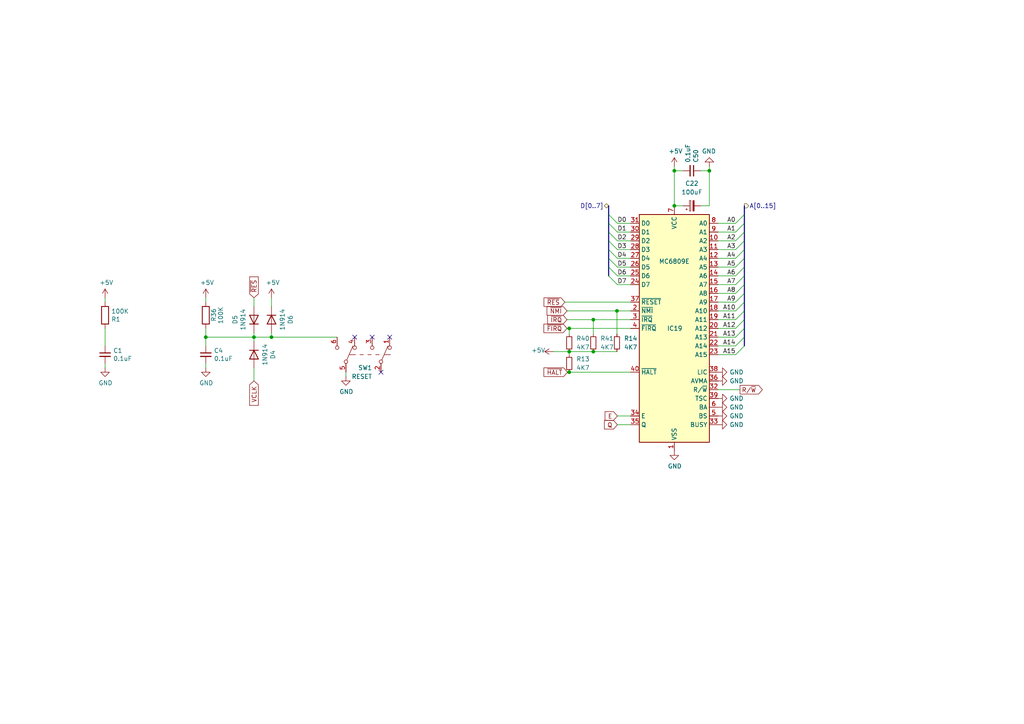
<source format=kicad_sch>
(kicad_sch (version 20231120) (generator "eeschema") (generator_version "8.0")
  (paper "A4")
  (lib_symbols
    (symbol "CPU_NXP_6800:MC6809E"
      (property "Reference" "U" (at -7.62 34.544 0))
      (property "Value" "MC6809E" (at 10.16 34.544 0))
      (symbol "MC6809E_0_1"
        (rectangle (start -10.16 -33.02) (end 10.16 33.02) (stroke (width 0.254)) (fill (type background)))
      )
      (symbol "MC6809E_1_1"
        (pin power_in line (at 0 -35.56 90) (length 2.54) (name "VSS") (number "1"))
        (pin output line (at 12.7 25.4 180) (length 2.54) (name "A2") (number "10"))
        (pin output line (at 12.7 22.86 180) (length 2.54) (name "A3") (number "11"))
        (pin output line (at 12.7 20.32 180) (length 2.54) (name "A4") (number "12"))
        (pin output line (at 12.7 17.78 180) (length 2.54) (name "A5") (number "13"))
        (pin output line (at 12.7 15.24 180) (length 2.54) (name "A6") (number "14"))
        (pin output line (at 12.7 12.7 180) (length 2.54) (name "A7") (number "15"))
        (pin output line (at 12.7 10.16 180) (length 2.54) (name "A8") (number "16"))
        (pin output line (at 12.7 7.62 180) (length 2.54) (name "A9") (number "17"))
        (pin output line (at 12.7 5.08 180) (length 2.54) (name "A10") (number "18"))
        (pin output line (at 12.7 2.54 180) (length 2.54) (name "A11") (number "19"))
        (pin input line (at -12.7 5.08 0) (length 2.54) (name "~{NMI}") (number "2"))
        (pin output line (at 12.7 0 180) (length 2.54) (name "A12") (number "20"))
        (pin output line (at 12.7 -2.54 180) (length 2.54) (name "A13") (number "21"))
        (pin output line (at 12.7 -5.08 180) (length 2.54) (name "A14") (number "22"))
        (pin output line (at 12.7 -7.62 180) (length 2.54) (name "A15") (number "23"))
        (pin bidirectional line (at -12.7 12.7 0) (length 2.54) (name "D7") (number "24"))
        (pin bidirectional line (at -12.7 15.24 0) (length 2.54) (name "D6") (number "25"))
        (pin bidirectional line (at -12.7 17.78 0) (length 2.54) (name "D5") (number "26"))
        (pin bidirectional line (at -12.7 20.32 0) (length 2.54) (name "D4") (number "27"))
        (pin bidirectional line (at -12.7 22.86 0) (length 2.54) (name "D3") (number "28"))
        (pin bidirectional line (at -12.7 25.4 0) (length 2.54) (name "D2") (number "29"))
        (pin input line (at -12.7 2.54 0) (length 2.54) (name "~{IRQ}") (number "3"))
        (pin bidirectional line (at -12.7 27.94 0) (length 2.54) (name "D1") (number "30"))
        (pin bidirectional line (at -12.7 30.48 0) (length 2.54) (name "D0") (number "31"))
        (pin output line (at 12.7 -17.78 180) (length 2.54) (name "R/~{W}") (number "32"))
        (pin output line (at 12.7 -27.94 180) (length 2.54) (name "BUSY") (number "33"))
        (pin input line (at -12.7 -25.4 0) (length 2.54) (name "E") (number "34"))
        (pin input line (at -12.7 -27.94 0) (length 2.54) (name "Q") (number "35"))
        (pin output line (at 12.7 -15.24 180) (length 2.54) (name "AVMA") (number "36"))
        (pin input line (at -12.7 7.62 0) (length 2.54) (name "~{RESET}") (number "37"))
        (pin output line (at 12.7 -12.7 180) (length 2.54) (name "LIC") (number "38"))
        (pin output line (at 12.7 -20.32 180) (length 2.54) (name "TSC") (number "39"))
        (pin input line (at -12.7 0 0) (length 2.54) (name "~{FIRQ}") (number "4"))
        (pin input line (at -12.7 -12.7 0) (length 2.54) (name "~{HALT}") (number "40"))
        (pin output line (at 12.7 -25.4 180) (length 2.54) (name "BS") (number "5"))
        (pin output line (at 12.7 -22.86 180) (length 2.54) (name "BA") (number "6"))
        (pin power_in line (at 0 35.56 270) (length 2.54) (name "VCC") (number "7"))
        (pin output line (at 12.7 30.48 180) (length 2.54) (name "A0") (number "8"))
        (pin output line (at 12.7 27.94 180) (length 2.54) (name "A1") (number "9"))
      )
    )
    (symbol "Device:C_Polarized_Small" (pin_numbers hide) (pin_names (offset 0.254) hide)
      (property "Reference" "C" (at 0.254 1.778 0))
      (property "Value" "C_Polarized_Small" (at 0.254 -2.032 0))
      (symbol "C_Polarized_Small_0_1"
        (rectangle (start -1.524 -0.3048) (end 1.524 -0.6858) (fill (type outline)))
        (rectangle (start -1.524 0.6858) (end 1.524 0.3048))
        (polyline (pts (xy -1.27 1.524) (xy -0.762 1.524)))
        (polyline (pts (xy -1.016 1.27) (xy -1.016 1.778)))
      )
      (symbol "C_Polarized_Small_1_1"
        (pin passive line (at 0 2.54 270) (length 1.8542) (name "~") (number "1"))
        (pin passive line (at 0 -2.54 90) (length 1.8542) (name "~") (number "2"))
      )
    )
    (symbol "Device:C_Small" (pin_numbers hide) (pin_names (offset 0.254) hide)
      (property "Reference" "C" (at 0.254 1.778 0))
      (property "Value" "C_Small" (at 0.254 -2.032 0))
      (symbol "C_Small_0_1"
        (polyline (pts (xy -1.524 -0.508) (xy 1.524 -0.508)) (stroke (width 0.3302)))
        (polyline (pts (xy -1.524 0.508) (xy 1.524 0.508)) (stroke (width 0.3048)))
      )
      (symbol "C_Small_1_1"
        (pin passive line (at 0 2.54 270) (length 2.032) (name "~") (number "1"))
        (pin passive line (at 0 -2.54 90) (length 2.032) (name "~") (number "2"))
      )
    )
    (symbol "Device:R" (pin_numbers hide) (pin_names (offset 0))
      (property "Reference" "R" (at 2.032 0 90))
      (property "Value" "R" (at 0 0 90))
      (symbol "R_0_1"
        (rectangle (start -1.016 -2.54) (end 1.016 2.54) (stroke (width 0.254)))
      )
      (symbol "R_1_1"
        (pin passive line (at 0 3.81 270) (length 1.27) (name "~") (number "1"))
        (pin passive line (at 0 -3.81 90) (length 1.27) (name "~") (number "2"))
      )
    )
    (symbol "Device:R_Small" (pin_numbers hide) (pin_names (offset 0.254) hide)
      (property "Reference" "R" (at 0.762 0.508 0))
      (property "Value" "R_Small" (at 0.762 -1.016 0))
      (symbol "R_Small_0_1"
        (rectangle (start -0.762 1.778) (end 0.762 -1.778) (stroke (width 0.2032)))
      )
      (symbol "R_Small_1_1"
        (pin passive line (at 0 2.54 270) (length 0.762) (name "~") (number "1"))
        (pin passive line (at 0 -2.54 90) (length 0.762) (name "~") (number "2"))
      )
    )
    (symbol "Diode:1N914" (pin_numbers hide) (pin_names (offset 1.016) hide)
      (property "Reference" "D" (at 0 2.54 0))
      (property "Value" "1N914" (at 0 -2.54 0))
      (symbol "1N914_0_1"
        (polyline (pts (xy -1.27 1.27) (xy -1.27 -1.27)) (stroke (width 0.254)))
        (polyline (pts (xy 1.27 0) (xy -1.27 0)))
        (polyline (pts (xy 1.27 1.27) (xy 1.27 -1.27) (xy -1.27 0) (xy 1.27 1.27)) (stroke (width 0.254)))
      )
      (symbol "1N914_1_1"
        (pin passive line (at -3.81 0 0) (length 2.54) (name "K") (number "1"))
        (pin passive line (at 3.81 0 180) (length 2.54) (name "A") (number "2"))
      )
    )
    (symbol "Switch:SW_Push_DPDT" (pin_names (offset 0) hide)
      (property "Reference" "SW" (at 0 8.89 0))
      (property "Value" "SW_Push_DPDT" (at 0 -10.16 0))
      (symbol "SW_Push_DPDT_0_0"
        (circle (center -2.032 -5.08) (radius 0.508))
        (circle (center -2.032 5.08) (radius 0.508))
        (circle (center 2.032 -7.62) (radius 0.508))
        (circle (center 2.032 2.54) (radius 0.508))
      )
      (symbol "SW_Push_DPDT_0_1"
        (polyline (pts (xy -1.524 -4.826) (xy 2.54 -3.048)))
        (polyline (pts (xy -1.524 5.334) (xy 2.54 7.112)))
        (polyline (pts (xy 0 -2.286) (xy 0 -4.064)))
        (polyline (pts (xy 0 -1.016) (xy 0 0)))
        (polyline (pts (xy 0 1.27) (xy 0 2.286)))
        (polyline (pts (xy 0 3.556) (xy 0 4.572)))
        (polyline (pts (xy 0 7.874) (xy 0 6.096)))
        (circle (center 2.032 -2.54) (radius 0.508))
        (circle (center 2.032 7.62) (radius 0.508))
      )
      (symbol "SW_Push_DPDT_1_1"
        (pin passive line (at 5.08 7.62 180) (length 2.54) (name "A") (number "1"))
        (pin passive line (at -5.08 5.08 0) (length 2.54) (name "B") (number "2"))
        (pin passive line (at 5.08 2.54 180) (length 2.54) (name "C") (number "3"))
        (pin passive line (at 5.08 -2.54 180) (length 2.54) (name "A") (number "4"))
        (pin passive line (at -5.08 -5.08 0) (length 2.54) (name "B") (number "5"))
        (pin passive line (at 5.08 -7.62 180) (length 2.54) (name "C") (number "6"))
      )
    )
    (symbol "power:+5V" (power) (pin_names (offset 0))
      (property "Value" "+5V" (at 0 3.556 0))
      (symbol "+5V_0_1"
        (polyline (pts (xy -0.762 1.27) (xy 0 2.54)))
        (polyline (pts (xy 0 0) (xy 0 2.54)))
        (polyline (pts (xy 0 2.54) (xy 0.762 1.27)))
      )
      (symbol "+5V_1_1"
        (pin power_in line (at 0 0 90) (length 0) hide (name "+5V") (number "1"))
      )
    )
    (symbol "power:GND" (power) (pin_names (offset 0))
      (property "Value" "GND" (at 0 -3.81 0))
      (symbol "GND_0_1"
        (polyline (pts (xy 0 0) (xy 0 -1.27) (xy 1.27 -1.27) (xy 0 -2.54) (xy -1.27 -1.27) (xy 0 -1.27)))
      )
      (symbol "GND_1_1"
        (pin power_in line (at 0 0 270) (length 0) hide (name "GND") (number "1"))
      )
    )
  )
  (junction (at 165.1 101.981))
  (junction (at 178.943 90.17))
  (junction (at 195.58 59.69))
  (junction (at 73.66 97.79))
  (junction (at 78.74 97.79))
  (junction (at 195.58 49.53))
  (junction (at 205.74 49.53))
  (junction (at 165.1 107.95))
  (junction (at 172.085 92.71))
  (junction (at 165.1 95.25))
  (junction (at 172.085 101.981))
  (junction (at 59.69 97.79))
  (no_connect (at 110.49 107.95))
  (no_connect (at 107.95 97.79))
  (no_connect (at 102.87 97.79))
  (no_connect (at 113.03 97.79))
  (bus_entry (at 176.53 64.77) (size 2.54 2.54))
  (bus_entry (at 215.9 74.93) (size -2.54 2.54))
  (bus_entry (at 215.9 92.71) (size -2.54 2.54))
  (bus_entry (at 215.9 90.17) (size -2.54 2.54))
  (bus_entry (at 215.9 82.55) (size -2.54 2.54))
  (bus_entry (at 176.53 74.93) (size 2.54 2.54))
  (bus_entry (at 215.9 62.23) (size -2.54 2.54))
  (bus_entry (at 176.53 62.23) (size 2.54 2.54))
  (bus_entry (at 215.9 69.85) (size -2.54 2.54))
  (bus_entry (at 176.53 80.01) (size 2.54 2.54))
  (bus_entry (at 215.9 72.39) (size -2.54 2.54))
  (bus_entry (at 215.9 77.47) (size -2.54 2.54))
  (bus_entry (at 215.9 100.33) (size -2.54 2.54))
  (bus_entry (at 176.53 67.31) (size 2.54 2.54))
  (bus_entry (at 215.9 85.09) (size -2.54 2.54))
  (bus_entry (at 215.9 97.79) (size -2.54 2.54))
  (bus_entry (at 215.9 87.63) (size -2.54 2.54))
  (bus_entry (at 215.9 64.77) (size -2.54 2.54))
  (bus_entry (at 215.9 95.25) (size -2.54 2.54))
  (bus_entry (at 176.53 72.39) (size 2.54 2.54))
  (bus_entry (at 215.9 67.31) (size -2.54 2.54))
  (bus_entry (at 176.53 77.47) (size 2.54 2.54))
  (bus_entry (at 215.9 80.01) (size -2.54 2.54))
  (bus_entry (at 176.53 69.85) (size 2.54 2.54))
  (bus (pts (xy 215.9 62.23) (xy 215.9 64.77)))
  (wire (pts (xy 203.2 49.53) (xy 205.74 49.53)))
  (wire (pts (xy 208.28 77.47) (xy 213.36 77.47)))
  (wire (pts (xy 73.66 106.68) (xy 73.66 110.49)))
  (wire (pts (xy 208.28 80.01) (xy 213.36 80.01)))
  (wire (pts (xy 208.28 90.17) (xy 213.36 90.17)))
  (wire (pts (xy 208.28 100.33) (xy 213.36 100.33)))
  (wire (pts (xy 78.74 96.52) (xy 78.74 97.79)))
  (wire (pts (xy 73.66 97.79) (xy 78.74 97.79)))
  (wire (pts (xy 179.07 82.55) (xy 182.88 82.55)))
  (wire (pts (xy 179.07 77.47) (xy 182.88 77.47)))
  (wire (pts (xy 100.33 107.95) (xy 100.33 109.22)))
  (wire (pts (xy 208.28 67.31) (xy 213.36 67.31)))
  (wire (pts (xy 208.28 95.25) (xy 213.36 95.25)))
  (wire (pts (xy 205.74 49.53) (xy 205.74 59.69)))
  (wire (pts (xy 179.07 69.85) (xy 182.88 69.85)))
  (wire (pts (xy 208.28 102.87) (xy 213.36 102.87)))
  (wire (pts (xy 165.1 96.901) (xy 165.1 95.25)))
  (wire (pts (xy 160.528 101.981) (xy 165.1 101.981)))
  (wire (pts (xy 172.085 96.901) (xy 172.085 92.71)))
  (wire (pts (xy 205.74 48.26) (xy 205.74 49.53)))
  (bus (pts (xy 215.9 87.63) (xy 215.9 90.17)))
  (bus (pts (xy 215.9 69.85) (xy 215.9 72.39)))
  (wire (pts (xy 78.74 97.79) (xy 97.79 97.79)))
  (wire (pts (xy 78.74 86.36) (xy 78.74 88.9)))
  (wire (pts (xy 164.592 107.95) (xy 165.1 107.95)))
  (bus (pts (xy 215.9 85.09) (xy 215.9 87.63)))
  (wire (pts (xy 214.63 113.03) (xy 208.28 113.03)))
  (bus (pts (xy 215.9 82.55) (xy 215.9 85.09)))
  (wire (pts (xy 59.69 105.41) (xy 59.69 106.68)))
  (wire (pts (xy 208.28 64.77) (xy 213.36 64.77)))
  (bus (pts (xy 215.9 59.69) (xy 215.9 62.23)))
  (bus (pts (xy 215.9 80.01) (xy 215.9 82.55)))
  (wire (pts (xy 178.943 90.17) (xy 178.943 96.901)))
  (wire (pts (xy 208.28 69.85) (xy 213.36 69.85)))
  (bus (pts (xy 215.9 90.17) (xy 215.9 92.71)))
  (wire (pts (xy 195.58 49.53) (xy 195.58 59.69)))
  (bus (pts (xy 176.53 72.39) (xy 176.53 74.93)))
  (wire (pts (xy 208.28 85.09) (xy 213.36 85.09)))
  (wire (pts (xy 178.943 101.981) (xy 172.085 101.981)))
  (wire (pts (xy 195.58 49.53) (xy 198.12 49.53)))
  (bus (pts (xy 215.9 72.39) (xy 215.9 74.93)))
  (bus (pts (xy 176.53 64.77) (xy 176.53 67.31)))
  (wire (pts (xy 208.28 82.55) (xy 213.36 82.55)))
  (wire (pts (xy 163.83 87.63) (xy 182.88 87.63)))
  (wire (pts (xy 73.66 86.36) (xy 73.66 88.9)))
  (wire (pts (xy 165.1 101.981) (xy 165.1 102.87)))
  (wire (pts (xy 30.48 87.63) (xy 30.48 86.36)))
  (wire (pts (xy 73.66 97.79) (xy 59.69 97.79)))
  (bus (pts (xy 215.9 95.25) (xy 215.9 97.79)))
  (wire (pts (xy 30.48 95.25) (xy 30.48 100.33)))
  (wire (pts (xy 73.66 97.79) (xy 73.66 99.06)))
  (bus (pts (xy 215.9 92.71) (xy 215.9 95.25)))
  (wire (pts (xy 179.07 74.93) (xy 182.88 74.93)))
  (wire (pts (xy 179.07 72.39) (xy 182.88 72.39)))
  (wire (pts (xy 178.943 90.17) (xy 182.88 90.17)))
  (wire (pts (xy 179.07 120.65) (xy 182.88 120.65)))
  (bus (pts (xy 176.53 69.85) (xy 176.53 72.39)))
  (bus (pts (xy 215.9 97.79) (xy 215.9 100.33)))
  (wire (pts (xy 179.07 123.19) (xy 182.88 123.19)))
  (wire (pts (xy 208.28 92.71) (xy 213.36 92.71)))
  (wire (pts (xy 179.07 80.01) (xy 182.88 80.01)))
  (wire (pts (xy 172.085 92.71) (xy 164.465 92.71)))
  (wire (pts (xy 205.74 59.69) (xy 203.2 59.69)))
  (bus (pts (xy 176.53 59.69) (xy 176.53 62.23)))
  (wire (pts (xy 172.085 92.71) (xy 182.88 92.71)))
  (bus (pts (xy 176.53 77.47) (xy 176.53 80.01)))
  (wire (pts (xy 30.48 106.68) (xy 30.48 105.41)))
  (bus (pts (xy 215.9 64.77) (xy 215.9 67.31)))
  (bus (pts (xy 215.9 74.93) (xy 215.9 77.47)))
  (wire (pts (xy 59.69 87.63) (xy 59.69 86.36)))
  (wire (pts (xy 165.1 95.25) (xy 164.465 95.25)))
  (bus (pts (xy 176.53 74.93) (xy 176.53 77.47)))
  (wire (pts (xy 165.1 95.25) (xy 182.88 95.25)))
  (bus (pts (xy 215.9 77.47) (xy 215.9 80.01)))
  (wire (pts (xy 198.12 59.69) (xy 195.58 59.69)))
  (bus (pts (xy 176.53 67.31) (xy 176.53 69.85)))
  (wire (pts (xy 59.69 97.79) (xy 59.69 100.33)))
  (wire (pts (xy 59.69 95.25) (xy 59.69 97.79)))
  (wire (pts (xy 208.28 72.39) (xy 213.36 72.39)))
  (wire (pts (xy 172.085 101.981) (xy 165.1 101.981)))
  (wire (pts (xy 195.58 48.26) (xy 195.58 49.53)))
  (wire (pts (xy 179.07 64.77) (xy 182.88 64.77)))
  (wire (pts (xy 208.28 74.93) (xy 213.36 74.93)))
  (wire (pts (xy 165.1 107.95) (xy 182.88 107.95)))
  (wire (pts (xy 208.28 87.63) (xy 213.36 87.63)))
  (bus (pts (xy 215.9 67.31) (xy 215.9 69.85)))
  (wire (pts (xy 164.465 90.17) (xy 178.943 90.17)))
  (bus (pts (xy 176.53 62.23) (xy 176.53 64.77)))
  (wire (pts (xy 73.66 96.52) (xy 73.66 97.79)))
  (wire (pts (xy 208.28 97.79) (xy 213.36 97.79)))
  (wire (pts (xy 179.07 67.31) (xy 182.88 67.31)))
  (label "D7" (at 179.07 82.55 0))
  (label "A14" (at 213.36 100.33 180))
  (label "A13" (at 213.36 97.79 180))
  (label "A2" (at 213.36 69.85 180))
  (label "D4" (at 179.07 74.93 0))
  (label "D5" (at 179.07 77.47 0))
  (label "A5" (at 213.36 77.47 180))
  (label "A15" (at 213.36 102.87 180))
  (label "D2" (at 179.07 69.85 0))
  (label "A4" (at 213.36 74.93 180))
  (label "A1" (at 213.36 67.31 180))
  (label "D3" (at 179.07 72.39 0))
  (label "A11" (at 213.36 92.71 180))
  (label "A12" (at 213.36 95.25 180))
  (label "A8" (at 213.36 85.09 180))
  (label "A0" (at 213.36 64.77 180))
  (label "D0" (at 179.07 64.77 0))
  (label "D6" (at 179.07 80.01 0))
  (label "A10" (at 213.36 90.17 180))
  (label "D1" (at 179.07 67.31 0))
  (label "A7" (at 213.36 82.55 180))
  (label "A3" (at 213.36 72.39 180))
  (label "A6" (at 213.36 80.01 180))
  (label "A9" (at 213.36 87.63 180))
  (global_label "~{NMI}" (shape input) (at 164.465 90.17 180) (property "Intersheetrefs" "${INTERSHEET_REFS}" (effects (hide yes))))
  (global_label "E" (shape input) (at 179.07 120.65 180) (property "Intersheetrefs" "${INTERSHEET_REFS}" (effects (hide yes))))
  (global_label "~{FIRQ}" (shape input) (at 164.465 95.25 180) (property "Intersheetrefs" "${INTERSHEET_REFS}" (effects (hide yes))))
  (global_label "~{HALT}" (shape input) (at 164.592 107.95 180) (property "Intersheetrefs" "${INTERSHEET_REFS}" (effects (hide yes))))
  (global_label "~{IRQ}" (shape input) (at 164.465 92.71 180) (property "Intersheetrefs" "${INTERSHEET_REFS}" (effects (hide yes))))
  (global_label "VCLK" (shape input) (at 73.66 110.49 270) (property "Intersheetrefs" "${INTERSHEET_REFS}" (effects (hide yes))))
  (global_label "~{RES}" (shape input) (at 73.66 86.36 90) (property "Intersheetrefs" "${INTERSHEET_REFS}" (effects (hide yes))))
  (global_label "R{slash}~{W}" (shape output) (at 214.63 113.03 0) (property "Intersheetrefs" "${INTERSHEET_REFS}" (effects (hide yes))))
  (global_label "~{RES}" (shape input) (at 163.83 87.63 180) (property "Intersheetrefs" "${INTERSHEET_REFS}" (effects (hide yes))))
  (global_label "Q" (shape input) (at 179.07 123.19 180) (property "Intersheetrefs" "${INTERSHEET_REFS}" (effects (hide yes))))
  (hierarchical_label "A[0..15]" (shape output) (at 215.9 59.69 0))
  (hierarchical_label "D[0..7]" (shape bidirectional) (at 176.53 59.69 180))
  (symbol (lib_id "power:GND") (at 100.33 109.22 0) (unit 1)
    (property "Reference" "#PWR02" (effects (hide yes)))
    (property "Value" "GND" (at 100.457 113.6142 0))
  )
  (symbol (lib_id "CPU_NXP_6800:MC6809E") (at 195.58 95.25 0) (unit 1)
    (property "Reference" "IC19" (at 195.707 95.25 0))
    (property "Value" "MC6809E" (at 195.58 75.819 0))
    (property "Footprint" "Package_DIP:DIP-40_W15.24mm" (effects (hide yes)))
    (property "Datasheet" "http://pdf.datasheetcatalog.com/datasheet/motorola/MC68B09S.pdf" (effects (hide yes)))
    (property "Note" "donor" (effects (hide yes)))
    (property "SA2120" "Sheet 1" (effects (hide yes)))
  )
  (symbol (lib_id "power:GND") (at 208.28 118.11 90) (unit 1)
    (property "Reference" "#PWR012" (effects (hide yes)))
    (property "Value" "GND" (at 211.582 118.1099 90) (effects (justify right)))
  )
  (symbol (lib_id "power:GND") (at 208.28 120.65 90) (unit 1)
    (property "Reference" "#PWR013" (effects (hide yes)))
    (property "Value" "GND" (at 211.582 120.6499 90) (effects (justify right)))
  )
  (symbol (lib_id "power:+5V") (at 195.58 48.26 0) (unit 1)
    (property "Reference" "#PWR06" (effects (hide yes)))
    (property "Value" "+5V" (at 195.961 43.8658 0))
  )
  (symbol (lib_id "Device:R") (at 30.48 91.44 0) (mirror x) (unit 1)
    (property "Reference" "R1" (at 32.258 92.6084 0) (effects (justify left)))
    (property "Value" "100K" (at 32.258 90.297 0) (effects (justify left)))
    (property "Footprint" "Dragon:R_Axial_DIN0309_L9.0mm_D2.5mm_P12.70mm_Horizontal" (effects (hide yes)))
    (property "DigiKey" "CF14JT100KCT-ND" (effects (hide yes)))
  )
  (symbol (lib_id "power:+5V") (at 78.74 86.36 0) (unit 1)
    (property "Reference" "#PWR01" (effects (hide yes)))
    (property "Value" "+5V" (at 79.121 81.9658 0))
  )
  (symbol (lib_id "power:+5V") (at 59.69 86.36 0) (unit 1)
    (property "Reference" "#PWR03" (effects (hide yes)))
    (property "Value" "+5V" (at 60.071 81.9658 0))
  )
  (symbol (lib_id "Device:C_Small") (at 200.66 49.53 270) (mirror x) (unit 1)
    (property "Reference" "C50" (at 201.8284 47.1932 0) (effects (justify left)))
    (property "Value" "0.1uF" (at 199.517 47.1932 0) (effects (justify left)))
    (property "Footprint" "Capacitor_THT:C_Disc_D4.3mm_W1.9mm_P5.00mm" (effects (hide yes)))
    (property "Datasheet" "https://www.vishay.com/docs/45171/kseries.pdf" (effects (hide yes)))
    (property "DigiKey" "BC1101CT-ND" (effects (hide yes)))
  )
  (symbol (lib_id "Device:C_Polarized_Small") (at 200.66 59.69 90) (unit 1)
    (property "Reference" "C22" (at 200.6663 53.213 90))
    (property "Value" "100uF" (at 200.6663 55.753 90))
    (property "Footprint" "Capacitor_THT:CP_Radial_D8.0mm_P5.00mm" (effects (hide yes)))
    (property "Datasheet" "https://www.we-online.com/katalog/datasheet/860010372006.pdf" (effects (hide yes)))
    (property "DigiKey" "732-8598-1-ND" (effects (hide yes)))
  )
  (symbol (lib_id "power:GND") (at 208.28 110.49 90) (unit 1)
    (property "Reference" "#PWR010" (effects (hide yes)))
    (property "Value" "GND" (at 211.582 110.4899 90) (effects (justify right)))
  )
  (symbol (lib_id "Device:R_Small") (at 165.1 105.41 0) (unit 1)
    (property "Reference" "R13" (at 167.132 104.1399 0) (effects (justify left)))
    (property "Value" "4K7" (at 167.132 106.6799 0) (effects (justify left)))
    (property "Footprint" "Dragon:R_Axial_DIN0309_L9.0mm_D2.5mm_P12.70mm_Horizontal" (effects (hide yes)))
    (property "DigiKey" "CF14JT4K70CT-ND" (effects (hide yes)))
  )
  (symbol (lib_id "power:GND") (at 195.58 130.81 0) (unit 1)
    (property "Reference" "#PWR07" (effects (hide yes)))
    (property "Value" "GND" (at 195.707 135.2042 0))
  )
  (symbol (lib_id "Device:R") (at 59.69 91.44 0) (mirror x) (unit 1)
    (property "Reference" "R36" (at 61.976 89.408 90) (effects (justify left)))
    (property "Value" "100K" (at 64.008 88.9 90) (effects (justify left)))
    (property "Footprint" "Dragon:R_Axial_DIN0309_L9.0mm_D2.5mm_P12.70mm_Horizontal" (effects (hide yes)))
    (property "DigiKey" "CF14JT100KCT-ND" (effects (hide yes)))
  )
  (symbol (lib_id "Diode:1N914") (at 78.74 92.71 270) (unit 1)
    (property "Reference" "D6" (at 84.2264 92.71 0))
    (property "Value" "1N914" (at 81.915 92.71 0))
    (property "Footprint" "Diode_THT:D_DO-35_SOD27_P12.70mm_Horizontal" (effects (hide yes)))
    (property "Datasheet" "http://www.vishay.com/docs/85622/1n914.pdf" (effects (hide yes)))
    (property "DigiKey" "1N914FS-ND" (effects (hide yes)))
  )
  (symbol (lib_id "power:GND") (at 208.28 123.19 90) (unit 1)
    (property "Reference" "#PWR014" (effects (hide yes)))
    (property "Value" "GND" (at 211.582 123.1899 90) (effects (justify right)))
  )
  (symbol (lib_id "power:GND") (at 208.28 115.57 90) (unit 1)
    (property "Reference" "#PWR011" (effects (hide yes)))
    (property "Value" "GND" (at 211.582 115.5699 90) (effects (justify right)))
  )
  (symbol (lib_id "power:GND") (at 205.74 48.26 180) (unit 1)
    (property "Reference" "#PWR08" (effects (hide yes)))
    (property "Value" "GND" (at 205.613 43.8658 0))
  )
  (symbol (lib_id "Device:C_Small") (at 59.69 102.87 0) (unit 1)
    (property "Reference" "C4" (at 62.0268 101.7016 0) (effects (justify left)))
    (property "Value" "0.1uF" (at 62.0268 104.013 0) (effects (justify left)))
    (property "Footprint" "Capacitor_THT:C_Disc_D4.3mm_W1.9mm_P5.00mm" (effects (hide yes)))
    (property "Datasheet" "https://www.vishay.com/docs/45171/kseries.pdf" (effects (hide yes)))
    (property "DigiKey" "BC1101CT-ND" (effects (hide yes)))
  )
  (symbol (lib_id "power:+5V") (at 30.48 86.36 0) (unit 1)
    (property "Reference" "#PWR015" (effects (hide yes)))
    (property "Value" "+5V" (at 30.861 81.9658 0))
  )
  (symbol (lib_id "Diode:1N914") (at 73.66 92.71 90) (unit 1)
    (property "Reference" "D5" (at 68.1736 92.71 0))
    (property "Value" "1N914" (at 70.485 92.71 0))
    (property "Footprint" "Diode_THT:D_DO-35_SOD27_P12.70mm_Horizontal" (effects (hide yes)))
    (property "Datasheet" "http://www.vishay.com/docs/85622/1n914.pdf" (effects (hide yes)))
    (property "DigiKey" "1N914FS-ND" (effects (hide yes)))
  )
  (symbol (lib_id "power:GND") (at 30.48 106.68 0) (unit 1)
    (property "Reference" "#PWR019" (effects (hide yes)))
    (property "Value" "GND" (at 30.607 111.0742 0))
  )
  (symbol (lib_id "power:GND") (at 59.69 106.68 0) (unit 1)
    (property "Reference" "#PWR04" (effects (hide yes)))
    (property "Value" "GND" (at 59.817 111.0742 0))
  )
  (symbol (lib_id "power:GND") (at 208.28 107.95 90) (unit 1)
    (property "Reference" "#PWR09" (effects (hide yes)))
    (property "Value" "GND" (at 211.582 107.9499 90) (effects (justify right)))
  )
  (symbol (lib_id "Device:R_Small") (at 172.085 99.441 0) (unit 1)
    (property "Reference" "R41" (at 174.117 98.1709 0) (effects (justify left)))
    (property "Value" "4K7" (at 174.117 100.7109 0) (effects (justify left)))
    (property "Footprint" "Dragon:R_Axial_DIN0309_L9.0mm_D2.5mm_P12.70mm_Horizontal" (effects (hide yes)))
    (property "DigiKey" "CF14JT4K70CT-ND" (effects (hide yes)))
  )
  (symbol (lib_id "Diode:1N914") (at 73.66 102.87 270) (unit 1)
    (property "Reference" "D4" (at 79.1464 102.87 0))
    (property "Value" "1N914" (at 76.835 102.87 0))
    (property "Footprint" "Diode_THT:D_DO-35_SOD27_P12.70mm_Horizontal" (effects (hide yes)))
    (property "Datasheet" "http://www.vishay.com/docs/85622/1n914.pdf" (effects (hide yes)))
    (property "DigiKey" "1N914FS-ND" (effects (hide yes)))
  )
  (symbol (lib_id "power:+5V") (at 160.528 101.981 90) (unit 1)
    (property "Reference" "#PWR05" (effects (hide yes)))
    (property "Value" "+5V" (at 156.1338 101.6 90))
  )
  (symbol (lib_id "Device:R_Small") (at 165.1 99.441 0) (unit 1)
    (property "Reference" "R40" (at 167.132 98.1709 0) (effects (justify left)))
    (property "Value" "4K7" (at 167.132 100.7109 0) (effects (justify left)))
    (property "Footprint" "Dragon:R_Axial_DIN0309_L9.0mm_D2.5mm_P12.70mm_Horizontal" (effects (hide yes)))
    (property "DigiKey" "CF14JT4K70CT-ND" (effects (hide yes)))
  )
  (symbol (lib_id "Switch:SW_Push_DPDT") (at 105.41 102.87 270) (mirror x) (unit 1)
    (property "Reference" "SW1" (at 107.95 106.68 90) (effects (justify right)))
    (property "Value" "RESET" (at 107.95 109.22 90) (effects (justify right)))
    (property "Footprint" "Dragon:Button_AlpsAlpine_SPUN190900" (effects (hide yes)))
    (property "Datasheet" "https://www.ckswitches.com/media/1402/fpush.pdf" (effects (hide yes)))
    (property "DigiKey" "401-1225-ND" (effects (hide yes)))
  )
  (symbol (lib_id "Device:C_Small") (at 30.48 102.87 0) (unit 1)
    (property "Reference" "C1" (at 32.8168 101.7016 0) (effects (justify left)))
    (property "Value" "0.1uF" (at 32.8168 104.013 0) (effects (justify left)))
    (property "Footprint" "Capacitor_THT:C_Disc_D4.3mm_W1.9mm_P5.00mm" (effects (hide yes)))
    (property "Datasheet" "https://www.vishay.com/docs/45171/kseries.pdf" (effects (hide yes)))
    (property "DigiKey" "BC1101CT-ND" (effects (hide yes)))
  )
  (symbol (lib_id "Device:R_Small") (at 178.943 99.441 0) (unit 1)
    (property "Reference" "R14" (at 180.975 98.1709 0) (effects (justify left)))
    (property "Value" "4K7" (at 180.975 100.7109 0) (effects (justify left)))
    (property "Footprint" "Dragon:R_Axial_DIN0309_L9.0mm_D2.5mm_P12.70mm_Horizontal" (effects (hide yes)))
    (property "DigiKey" "CF14JT4K70CT-ND" (effects (hide yes)))
  )
)
</source>
